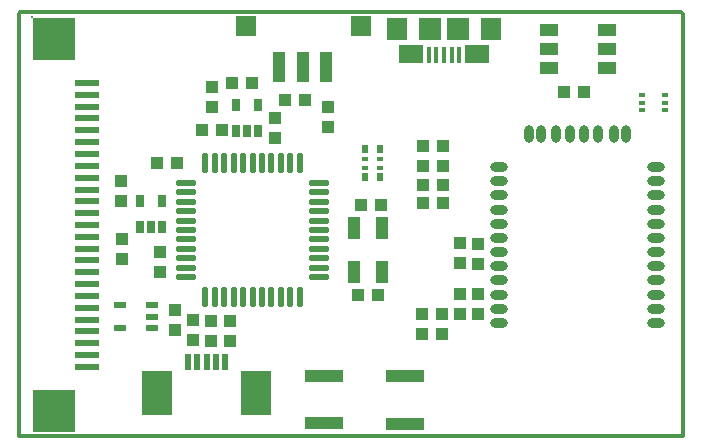
<source format=gtp>
G04 Layer_Color=8421504*
%FSLAX25Y25*%
%MOIN*%
G70*
G01*
G75*
%ADD10R,0.07874X0.02402*%
%ADD11R,0.14173X0.14173*%
%ADD12R,0.03937X0.04331*%
%ADD14R,0.02362X0.01654*%
%ADD16R,0.02559X0.03937*%
%ADD17O,0.03150X0.05906*%
%ADD18O,0.05906X0.03150*%
%ADD19R,0.04331X0.03937*%
%ADD20R,0.05906X0.03937*%
%ADD21R,0.09843X0.14961*%
%ADD22R,0.01969X0.05512*%
%ADD23R,0.12598X0.03937*%
%ADD24R,0.07087X0.07480*%
%ADD25R,0.07480X0.07480*%
%ADD26R,0.08268X0.06299*%
%ADD27R,0.01575X0.05315*%
%ADD28R,0.04134X0.02362*%
%ADD29R,0.03937X0.10039*%
%ADD30R,0.06693X0.06693*%
%ADD31R,0.02362X0.02559*%
%ADD32R,0.02362X0.01772*%
%ADD33R,0.04331X0.07480*%
%ADD34O,0.06890X0.02165*%
%ADD35O,0.02165X0.06890*%
%ADD42C,0.01200*%
%ADD43R,0.00984X0.00787*%
%ADD58R,0.00492X0.01969*%
D10*
X128907Y122371D02*
D03*
Y126316D02*
D03*
Y146026D02*
D03*
Y142084D02*
D03*
Y185445D02*
D03*
Y165735D02*
D03*
Y169677D02*
D03*
Y161793D02*
D03*
X128907Y189426D02*
D03*
Y201251D02*
D03*
Y197309D02*
D03*
Y217019D02*
D03*
Y193367D02*
D03*
X128907Y157851D02*
D03*
Y153910D02*
D03*
Y149968D02*
D03*
Y181503D02*
D03*
Y177561D02*
D03*
Y173619D02*
D03*
X128907Y213077D02*
D03*
Y209135D02*
D03*
Y205193D02*
D03*
X128907Y138142D02*
D03*
Y134200D02*
D03*
Y130258D02*
D03*
D11*
X117883Y231596D02*
D03*
Y107777D02*
D03*
D12*
X170500Y215748D02*
D03*
Y209055D02*
D03*
X247000Y139945D02*
D03*
Y133252D02*
D03*
X140500Y164945D02*
D03*
Y158252D02*
D03*
X140000Y177555D02*
D03*
Y184248D02*
D03*
X259000Y163445D02*
D03*
Y156752D02*
D03*
X158000Y134555D02*
D03*
Y141248D02*
D03*
X253000Y157055D02*
D03*
Y163748D02*
D03*
X259000Y140055D02*
D03*
Y146748D02*
D03*
X253000Y140055D02*
D03*
Y146748D02*
D03*
X240500Y139945D02*
D03*
Y133252D02*
D03*
X191500Y198555D02*
D03*
Y205248D02*
D03*
X209000Y208945D02*
D03*
Y202252D02*
D03*
X164000Y131252D02*
D03*
Y137945D02*
D03*
X176500Y137748D02*
D03*
Y131055D02*
D03*
X170000Y137748D02*
D03*
Y131055D02*
D03*
X153000Y160748D02*
D03*
Y154055D02*
D03*
D14*
X321339Y207941D02*
D03*
Y210500D02*
D03*
Y213059D02*
D03*
X313858Y207941D02*
D03*
Y210500D02*
D03*
Y213059D02*
D03*
D16*
X185906Y201102D02*
D03*
X182165D02*
D03*
X178425D02*
D03*
X185906Y209567D02*
D03*
X178425D02*
D03*
X146425Y177567D02*
D03*
X153906D02*
D03*
X146425Y169102D02*
D03*
X150165D02*
D03*
X153906D02*
D03*
D17*
X299326Y199994D02*
D03*
X308381D02*
D03*
X289877D02*
D03*
X294602D02*
D03*
X276098D02*
D03*
X285153D02*
D03*
X304444D02*
D03*
X280035D02*
D03*
D18*
X266255Y137002D02*
D03*
Y141726D02*
D03*
Y146450D02*
D03*
Y151175D02*
D03*
Y155899D02*
D03*
Y160624D02*
D03*
Y165348D02*
D03*
Y170072D02*
D03*
Y174797D02*
D03*
Y179521D02*
D03*
Y184246D02*
D03*
Y188970D02*
D03*
X318617D02*
D03*
Y184246D02*
D03*
Y179521D02*
D03*
Y174797D02*
D03*
Y170072D02*
D03*
Y165348D02*
D03*
Y160624D02*
D03*
Y155899D02*
D03*
Y151175D02*
D03*
Y146450D02*
D03*
Y141726D02*
D03*
Y137002D02*
D03*
D19*
X158945Y190500D02*
D03*
X152252D02*
D03*
X294445Y214000D02*
D03*
X287752D02*
D03*
X247445Y189500D02*
D03*
X240752D02*
D03*
X247445Y196000D02*
D03*
X240752D02*
D03*
X201445Y211500D02*
D03*
X194752D02*
D03*
X183945Y217000D02*
D03*
X177252D02*
D03*
X173945Y201500D02*
D03*
X167252D02*
D03*
X225748Y146500D02*
D03*
X219055D02*
D03*
X240752Y177000D02*
D03*
X247445D02*
D03*
X240752Y183000D02*
D03*
X247445D02*
D03*
X220252Y176500D02*
D03*
X226945D02*
D03*
D20*
X302176Y222115D02*
D03*
X302176Y228413D02*
D03*
X302177Y234712D02*
D03*
X282879Y234713D02*
D03*
X282879Y228414D02*
D03*
X282878Y222116D02*
D03*
D21*
X152137Y113790D02*
D03*
X185192Y113778D02*
D03*
D22*
X165537Y123889D02*
D03*
X162387Y123889D02*
D03*
X168687Y123888D02*
D03*
X174986Y123887D02*
D03*
X171836Y123888D02*
D03*
D23*
X234671Y103507D02*
D03*
X234670Y119257D02*
D03*
X207890Y119261D02*
D03*
X207892Y103511D02*
D03*
D24*
X232060Y234873D02*
D03*
X263568Y234879D02*
D03*
D25*
X243086Y234873D02*
D03*
X252536Y234876D02*
D03*
D26*
X236784Y226802D02*
D03*
X258838Y226817D02*
D03*
D27*
X245247Y226314D02*
D03*
X242689Y226311D02*
D03*
X247807Y226316D02*
D03*
X250365Y226319D02*
D03*
X252932Y226323D02*
D03*
D28*
X150478Y135458D02*
D03*
X150471Y139164D02*
D03*
X150462Y142895D02*
D03*
X139840Y142906D02*
D03*
X139857Y135469D02*
D03*
D29*
X208565Y222264D02*
D03*
X200681Y222266D02*
D03*
X192805Y222265D02*
D03*
D30*
X220252Y235963D02*
D03*
X181675Y235936D02*
D03*
D31*
X221444Y185545D02*
D03*
X221443Y194986D02*
D03*
X226569Y194982D02*
D03*
X226569Y185541D02*
D03*
D32*
X221441Y188690D02*
D03*
X221441Y191838D02*
D03*
X226567Y191834D02*
D03*
X226566Y188686D02*
D03*
D33*
X227083Y154059D02*
D03*
Y168724D02*
D03*
X217929D02*
D03*
Y154157D02*
D03*
D34*
X161756Y152252D02*
D03*
Y155402D02*
D03*
Y158551D02*
D03*
Y161701D02*
D03*
Y164850D02*
D03*
Y168000D02*
D03*
Y171150D02*
D03*
Y174299D02*
D03*
Y177449D02*
D03*
Y180598D02*
D03*
Y183748D02*
D03*
X206244D02*
D03*
Y180598D02*
D03*
Y177449D02*
D03*
Y174299D02*
D03*
Y171150D02*
D03*
Y168000D02*
D03*
Y164850D02*
D03*
Y161701D02*
D03*
Y158551D02*
D03*
Y155402D02*
D03*
Y152252D02*
D03*
D35*
X168252Y190244D02*
D03*
X171402D02*
D03*
X174551D02*
D03*
X177701D02*
D03*
X180850D02*
D03*
X184000D02*
D03*
X187150D02*
D03*
X190299D02*
D03*
X193449D02*
D03*
X196598D02*
D03*
X199748D02*
D03*
Y145756D02*
D03*
X196598D02*
D03*
X193449D02*
D03*
X190299D02*
D03*
X187150D02*
D03*
X184000D02*
D03*
X180850D02*
D03*
X177701D02*
D03*
X174551D02*
D03*
X171402D02*
D03*
X168252D02*
D03*
D42*
X106570Y240570D02*
X326930D01*
X106000Y240000D02*
X106570Y240570D01*
X106000Y99500D02*
Y240000D01*
X327500Y99500D02*
Y240000D01*
X106000Y99500D02*
X327500D01*
D43*
X110335Y239075D02*
D03*
D58*
X203350Y198349D02*
D03*
X201780Y198343D02*
D03*
X200206Y198342D02*
D03*
X197060Y198339D02*
D03*
X198634Y198340D02*
D03*
X198632Y205420D02*
D03*
X197058Y205420D02*
D03*
X200205Y205423D02*
D03*
X201779Y205423D02*
D03*
X203349Y205430D02*
D03*
M02*

</source>
